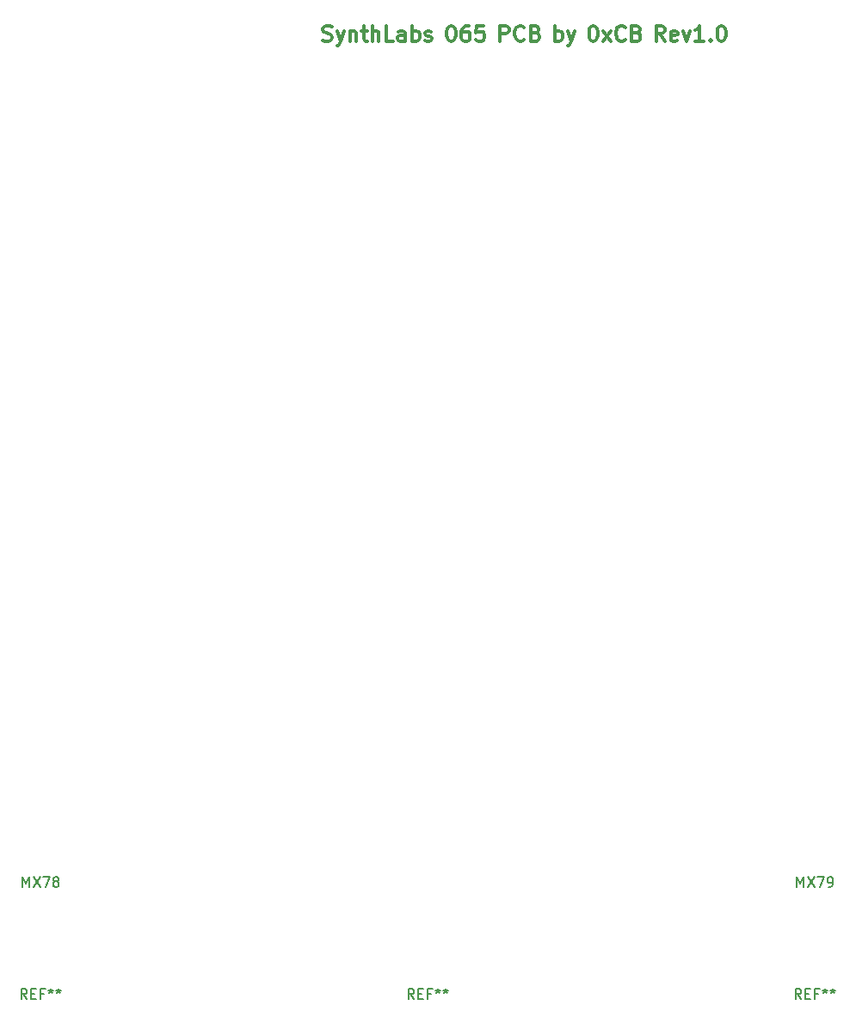
<source format=gto>
G04 #@! TF.GenerationSoftware,KiCad,Pcbnew,(7.0.0)*
G04 #@! TF.CreationDate,2023-05-15T23:08:46-07:00*
G04 #@! TF.ProjectId,pcb-solder-rails,7063622d-736f-46c6-9465-722d7261696c,1.0*
G04 #@! TF.SameCoordinates,Original*
G04 #@! TF.FileFunction,Legend,Top*
G04 #@! TF.FilePolarity,Positive*
%FSLAX46Y46*%
G04 Gerber Fmt 4.6, Leading zero omitted, Abs format (unit mm)*
G04 Created by KiCad (PCBNEW (7.0.0)) date 2023-05-15 23:08:46*
%MOMM*%
%LPD*%
G01*
G04 APERTURE LIST*
%ADD10C,0.300000*%
%ADD11C,0.150000*%
G04 APERTURE END LIST*
D10*
X132703072Y108520358D02*
X132917358Y108448929D01*
X132917358Y108448929D02*
X133274500Y108448929D01*
X133274500Y108448929D02*
X133417358Y108520358D01*
X133417358Y108520358D02*
X133488786Y108591786D01*
X133488786Y108591786D02*
X133560215Y108734643D01*
X133560215Y108734643D02*
X133560215Y108877500D01*
X133560215Y108877500D02*
X133488786Y109020358D01*
X133488786Y109020358D02*
X133417358Y109091786D01*
X133417358Y109091786D02*
X133274500Y109163215D01*
X133274500Y109163215D02*
X132988786Y109234643D01*
X132988786Y109234643D02*
X132845929Y109306072D01*
X132845929Y109306072D02*
X132774500Y109377500D01*
X132774500Y109377500D02*
X132703072Y109520358D01*
X132703072Y109520358D02*
X132703072Y109663215D01*
X132703072Y109663215D02*
X132774500Y109806072D01*
X132774500Y109806072D02*
X132845929Y109877500D01*
X132845929Y109877500D02*
X132988786Y109948929D01*
X132988786Y109948929D02*
X133345929Y109948929D01*
X133345929Y109948929D02*
X133560215Y109877500D01*
X134060214Y109448929D02*
X134417357Y108448929D01*
X134774500Y109448929D02*
X134417357Y108448929D01*
X134417357Y108448929D02*
X134274500Y108091786D01*
X134274500Y108091786D02*
X134203071Y108020358D01*
X134203071Y108020358D02*
X134060214Y107948929D01*
X135345928Y109448929D02*
X135345928Y108448929D01*
X135345928Y109306072D02*
X135417357Y109377500D01*
X135417357Y109377500D02*
X135560214Y109448929D01*
X135560214Y109448929D02*
X135774500Y109448929D01*
X135774500Y109448929D02*
X135917357Y109377500D01*
X135917357Y109377500D02*
X135988786Y109234643D01*
X135988786Y109234643D02*
X135988786Y108448929D01*
X136488786Y109448929D02*
X137060214Y109448929D01*
X136703071Y109948929D02*
X136703071Y108663215D01*
X136703071Y108663215D02*
X136774500Y108520358D01*
X136774500Y108520358D02*
X136917357Y108448929D01*
X136917357Y108448929D02*
X137060214Y108448929D01*
X137560214Y108448929D02*
X137560214Y109948929D01*
X138203072Y108448929D02*
X138203072Y109234643D01*
X138203072Y109234643D02*
X138131643Y109377500D01*
X138131643Y109377500D02*
X137988786Y109448929D01*
X137988786Y109448929D02*
X137774500Y109448929D01*
X137774500Y109448929D02*
X137631643Y109377500D01*
X137631643Y109377500D02*
X137560214Y109306072D01*
X139631643Y108448929D02*
X138917357Y108448929D01*
X138917357Y108448929D02*
X138917357Y109948929D01*
X140774501Y108448929D02*
X140774501Y109234643D01*
X140774501Y109234643D02*
X140703072Y109377500D01*
X140703072Y109377500D02*
X140560215Y109448929D01*
X140560215Y109448929D02*
X140274501Y109448929D01*
X140274501Y109448929D02*
X140131643Y109377500D01*
X140774501Y108520358D02*
X140631643Y108448929D01*
X140631643Y108448929D02*
X140274501Y108448929D01*
X140274501Y108448929D02*
X140131643Y108520358D01*
X140131643Y108520358D02*
X140060215Y108663215D01*
X140060215Y108663215D02*
X140060215Y108806072D01*
X140060215Y108806072D02*
X140131643Y108948929D01*
X140131643Y108948929D02*
X140274501Y109020358D01*
X140274501Y109020358D02*
X140631643Y109020358D01*
X140631643Y109020358D02*
X140774501Y109091786D01*
X141488786Y108448929D02*
X141488786Y109948929D01*
X141488786Y109377500D02*
X141631644Y109448929D01*
X141631644Y109448929D02*
X141917358Y109448929D01*
X141917358Y109448929D02*
X142060215Y109377500D01*
X142060215Y109377500D02*
X142131644Y109306072D01*
X142131644Y109306072D02*
X142203072Y109163215D01*
X142203072Y109163215D02*
X142203072Y108734643D01*
X142203072Y108734643D02*
X142131644Y108591786D01*
X142131644Y108591786D02*
X142060215Y108520358D01*
X142060215Y108520358D02*
X141917358Y108448929D01*
X141917358Y108448929D02*
X141631644Y108448929D01*
X141631644Y108448929D02*
X141488786Y108520358D01*
X142774501Y108520358D02*
X142917358Y108448929D01*
X142917358Y108448929D02*
X143203072Y108448929D01*
X143203072Y108448929D02*
X143345929Y108520358D01*
X143345929Y108520358D02*
X143417358Y108663215D01*
X143417358Y108663215D02*
X143417358Y108734643D01*
X143417358Y108734643D02*
X143345929Y108877500D01*
X143345929Y108877500D02*
X143203072Y108948929D01*
X143203072Y108948929D02*
X142988787Y108948929D01*
X142988787Y108948929D02*
X142845929Y109020358D01*
X142845929Y109020358D02*
X142774501Y109163215D01*
X142774501Y109163215D02*
X142774501Y109234643D01*
X142774501Y109234643D02*
X142845929Y109377500D01*
X142845929Y109377500D02*
X142988787Y109448929D01*
X142988787Y109448929D02*
X143203072Y109448929D01*
X143203072Y109448929D02*
X143345929Y109377500D01*
X145245930Y109948929D02*
X145388787Y109948929D01*
X145388787Y109948929D02*
X145531644Y109877500D01*
X145531644Y109877500D02*
X145603073Y109806072D01*
X145603073Y109806072D02*
X145674501Y109663215D01*
X145674501Y109663215D02*
X145745930Y109377500D01*
X145745930Y109377500D02*
X145745930Y109020358D01*
X145745930Y109020358D02*
X145674501Y108734643D01*
X145674501Y108734643D02*
X145603073Y108591786D01*
X145603073Y108591786D02*
X145531644Y108520358D01*
X145531644Y108520358D02*
X145388787Y108448929D01*
X145388787Y108448929D02*
X145245930Y108448929D01*
X145245930Y108448929D02*
X145103073Y108520358D01*
X145103073Y108520358D02*
X145031644Y108591786D01*
X145031644Y108591786D02*
X144960215Y108734643D01*
X144960215Y108734643D02*
X144888787Y109020358D01*
X144888787Y109020358D02*
X144888787Y109377500D01*
X144888787Y109377500D02*
X144960215Y109663215D01*
X144960215Y109663215D02*
X145031644Y109806072D01*
X145031644Y109806072D02*
X145103073Y109877500D01*
X145103073Y109877500D02*
X145245930Y109948929D01*
X147031644Y109948929D02*
X146745929Y109948929D01*
X146745929Y109948929D02*
X146603072Y109877500D01*
X146603072Y109877500D02*
X146531644Y109806072D01*
X146531644Y109806072D02*
X146388786Y109591786D01*
X146388786Y109591786D02*
X146317358Y109306072D01*
X146317358Y109306072D02*
X146317358Y108734643D01*
X146317358Y108734643D02*
X146388786Y108591786D01*
X146388786Y108591786D02*
X146460215Y108520358D01*
X146460215Y108520358D02*
X146603072Y108448929D01*
X146603072Y108448929D02*
X146888786Y108448929D01*
X146888786Y108448929D02*
X147031644Y108520358D01*
X147031644Y108520358D02*
X147103072Y108591786D01*
X147103072Y108591786D02*
X147174501Y108734643D01*
X147174501Y108734643D02*
X147174501Y109091786D01*
X147174501Y109091786D02*
X147103072Y109234643D01*
X147103072Y109234643D02*
X147031644Y109306072D01*
X147031644Y109306072D02*
X146888786Y109377500D01*
X146888786Y109377500D02*
X146603072Y109377500D01*
X146603072Y109377500D02*
X146460215Y109306072D01*
X146460215Y109306072D02*
X146388786Y109234643D01*
X146388786Y109234643D02*
X146317358Y109091786D01*
X148531643Y109948929D02*
X147817357Y109948929D01*
X147817357Y109948929D02*
X147745929Y109234643D01*
X147745929Y109234643D02*
X147817357Y109306072D01*
X147817357Y109306072D02*
X147960215Y109377500D01*
X147960215Y109377500D02*
X148317357Y109377500D01*
X148317357Y109377500D02*
X148460215Y109306072D01*
X148460215Y109306072D02*
X148531643Y109234643D01*
X148531643Y109234643D02*
X148603072Y109091786D01*
X148603072Y109091786D02*
X148603072Y108734643D01*
X148603072Y108734643D02*
X148531643Y108591786D01*
X148531643Y108591786D02*
X148460215Y108520358D01*
X148460215Y108520358D02*
X148317357Y108448929D01*
X148317357Y108448929D02*
X147960215Y108448929D01*
X147960215Y108448929D02*
X147817357Y108520358D01*
X147817357Y108520358D02*
X147745929Y108591786D01*
X150145928Y108448929D02*
X150145928Y109948929D01*
X150145928Y109948929D02*
X150717357Y109948929D01*
X150717357Y109948929D02*
X150860214Y109877500D01*
X150860214Y109877500D02*
X150931643Y109806072D01*
X150931643Y109806072D02*
X151003071Y109663215D01*
X151003071Y109663215D02*
X151003071Y109448929D01*
X151003071Y109448929D02*
X150931643Y109306072D01*
X150931643Y109306072D02*
X150860214Y109234643D01*
X150860214Y109234643D02*
X150717357Y109163215D01*
X150717357Y109163215D02*
X150145928Y109163215D01*
X152503071Y108591786D02*
X152431643Y108520358D01*
X152431643Y108520358D02*
X152217357Y108448929D01*
X152217357Y108448929D02*
X152074500Y108448929D01*
X152074500Y108448929D02*
X151860214Y108520358D01*
X151860214Y108520358D02*
X151717357Y108663215D01*
X151717357Y108663215D02*
X151645928Y108806072D01*
X151645928Y108806072D02*
X151574500Y109091786D01*
X151574500Y109091786D02*
X151574500Y109306072D01*
X151574500Y109306072D02*
X151645928Y109591786D01*
X151645928Y109591786D02*
X151717357Y109734643D01*
X151717357Y109734643D02*
X151860214Y109877500D01*
X151860214Y109877500D02*
X152074500Y109948929D01*
X152074500Y109948929D02*
X152217357Y109948929D01*
X152217357Y109948929D02*
X152431643Y109877500D01*
X152431643Y109877500D02*
X152503071Y109806072D01*
X153645928Y109234643D02*
X153860214Y109163215D01*
X153860214Y109163215D02*
X153931643Y109091786D01*
X153931643Y109091786D02*
X154003071Y108948929D01*
X154003071Y108948929D02*
X154003071Y108734643D01*
X154003071Y108734643D02*
X153931643Y108591786D01*
X153931643Y108591786D02*
X153860214Y108520358D01*
X153860214Y108520358D02*
X153717357Y108448929D01*
X153717357Y108448929D02*
X153145928Y108448929D01*
X153145928Y108448929D02*
X153145928Y109948929D01*
X153145928Y109948929D02*
X153645928Y109948929D01*
X153645928Y109948929D02*
X153788786Y109877500D01*
X153788786Y109877500D02*
X153860214Y109806072D01*
X153860214Y109806072D02*
X153931643Y109663215D01*
X153931643Y109663215D02*
X153931643Y109520358D01*
X153931643Y109520358D02*
X153860214Y109377500D01*
X153860214Y109377500D02*
X153788786Y109306072D01*
X153788786Y109306072D02*
X153645928Y109234643D01*
X153645928Y109234643D02*
X153145928Y109234643D01*
X155545928Y108448929D02*
X155545928Y109948929D01*
X155545928Y109377500D02*
X155688786Y109448929D01*
X155688786Y109448929D02*
X155974500Y109448929D01*
X155974500Y109448929D02*
X156117357Y109377500D01*
X156117357Y109377500D02*
X156188786Y109306072D01*
X156188786Y109306072D02*
X156260214Y109163215D01*
X156260214Y109163215D02*
X156260214Y108734643D01*
X156260214Y108734643D02*
X156188786Y108591786D01*
X156188786Y108591786D02*
X156117357Y108520358D01*
X156117357Y108520358D02*
X155974500Y108448929D01*
X155974500Y108448929D02*
X155688786Y108448929D01*
X155688786Y108448929D02*
X155545928Y108520358D01*
X156760214Y109448929D02*
X157117357Y108448929D01*
X157474500Y109448929D02*
X157117357Y108448929D01*
X157117357Y108448929D02*
X156974500Y108091786D01*
X156974500Y108091786D02*
X156903071Y108020358D01*
X156903071Y108020358D02*
X156760214Y107948929D01*
X159231643Y109948929D02*
X159374500Y109948929D01*
X159374500Y109948929D02*
X159517357Y109877500D01*
X159517357Y109877500D02*
X159588786Y109806072D01*
X159588786Y109806072D02*
X159660214Y109663215D01*
X159660214Y109663215D02*
X159731643Y109377500D01*
X159731643Y109377500D02*
X159731643Y109020358D01*
X159731643Y109020358D02*
X159660214Y108734643D01*
X159660214Y108734643D02*
X159588786Y108591786D01*
X159588786Y108591786D02*
X159517357Y108520358D01*
X159517357Y108520358D02*
X159374500Y108448929D01*
X159374500Y108448929D02*
X159231643Y108448929D01*
X159231643Y108448929D02*
X159088786Y108520358D01*
X159088786Y108520358D02*
X159017357Y108591786D01*
X159017357Y108591786D02*
X158945928Y108734643D01*
X158945928Y108734643D02*
X158874500Y109020358D01*
X158874500Y109020358D02*
X158874500Y109377500D01*
X158874500Y109377500D02*
X158945928Y109663215D01*
X158945928Y109663215D02*
X159017357Y109806072D01*
X159017357Y109806072D02*
X159088786Y109877500D01*
X159088786Y109877500D02*
X159231643Y109948929D01*
X160231642Y108448929D02*
X161017357Y109448929D01*
X160231642Y109448929D02*
X161017357Y108448929D01*
X162445928Y108591786D02*
X162374500Y108520358D01*
X162374500Y108520358D02*
X162160214Y108448929D01*
X162160214Y108448929D02*
X162017357Y108448929D01*
X162017357Y108448929D02*
X161803071Y108520358D01*
X161803071Y108520358D02*
X161660214Y108663215D01*
X161660214Y108663215D02*
X161588785Y108806072D01*
X161588785Y108806072D02*
X161517357Y109091786D01*
X161517357Y109091786D02*
X161517357Y109306072D01*
X161517357Y109306072D02*
X161588785Y109591786D01*
X161588785Y109591786D02*
X161660214Y109734643D01*
X161660214Y109734643D02*
X161803071Y109877500D01*
X161803071Y109877500D02*
X162017357Y109948929D01*
X162017357Y109948929D02*
X162160214Y109948929D01*
X162160214Y109948929D02*
X162374500Y109877500D01*
X162374500Y109877500D02*
X162445928Y109806072D01*
X163588785Y109234643D02*
X163803071Y109163215D01*
X163803071Y109163215D02*
X163874500Y109091786D01*
X163874500Y109091786D02*
X163945928Y108948929D01*
X163945928Y108948929D02*
X163945928Y108734643D01*
X163945928Y108734643D02*
X163874500Y108591786D01*
X163874500Y108591786D02*
X163803071Y108520358D01*
X163803071Y108520358D02*
X163660214Y108448929D01*
X163660214Y108448929D02*
X163088785Y108448929D01*
X163088785Y108448929D02*
X163088785Y109948929D01*
X163088785Y109948929D02*
X163588785Y109948929D01*
X163588785Y109948929D02*
X163731643Y109877500D01*
X163731643Y109877500D02*
X163803071Y109806072D01*
X163803071Y109806072D02*
X163874500Y109663215D01*
X163874500Y109663215D02*
X163874500Y109520358D01*
X163874500Y109520358D02*
X163803071Y109377500D01*
X163803071Y109377500D02*
X163731643Y109306072D01*
X163731643Y109306072D02*
X163588785Y109234643D01*
X163588785Y109234643D02*
X163088785Y109234643D01*
X166345928Y108448929D02*
X165845928Y109163215D01*
X165488785Y108448929D02*
X165488785Y109948929D01*
X165488785Y109948929D02*
X166060214Y109948929D01*
X166060214Y109948929D02*
X166203071Y109877500D01*
X166203071Y109877500D02*
X166274500Y109806072D01*
X166274500Y109806072D02*
X166345928Y109663215D01*
X166345928Y109663215D02*
X166345928Y109448929D01*
X166345928Y109448929D02*
X166274500Y109306072D01*
X166274500Y109306072D02*
X166203071Y109234643D01*
X166203071Y109234643D02*
X166060214Y109163215D01*
X166060214Y109163215D02*
X165488785Y109163215D01*
X167560214Y108520358D02*
X167417357Y108448929D01*
X167417357Y108448929D02*
X167131643Y108448929D01*
X167131643Y108448929D02*
X166988785Y108520358D01*
X166988785Y108520358D02*
X166917357Y108663215D01*
X166917357Y108663215D02*
X166917357Y109234643D01*
X166917357Y109234643D02*
X166988785Y109377500D01*
X166988785Y109377500D02*
X167131643Y109448929D01*
X167131643Y109448929D02*
X167417357Y109448929D01*
X167417357Y109448929D02*
X167560214Y109377500D01*
X167560214Y109377500D02*
X167631643Y109234643D01*
X167631643Y109234643D02*
X167631643Y109091786D01*
X167631643Y109091786D02*
X166917357Y108948929D01*
X168131642Y109448929D02*
X168488785Y108448929D01*
X168488785Y108448929D02*
X168845928Y109448929D01*
X170203071Y108448929D02*
X169345928Y108448929D01*
X169774499Y108448929D02*
X169774499Y109948929D01*
X169774499Y109948929D02*
X169631642Y109734643D01*
X169631642Y109734643D02*
X169488785Y109591786D01*
X169488785Y109591786D02*
X169345928Y109520358D01*
X170845927Y108591786D02*
X170917356Y108520358D01*
X170917356Y108520358D02*
X170845927Y108448929D01*
X170845927Y108448929D02*
X170774499Y108520358D01*
X170774499Y108520358D02*
X170845927Y108591786D01*
X170845927Y108591786D02*
X170845927Y108448929D01*
X171845928Y109948929D02*
X171988785Y109948929D01*
X171988785Y109948929D02*
X172131642Y109877500D01*
X172131642Y109877500D02*
X172203071Y109806072D01*
X172203071Y109806072D02*
X172274499Y109663215D01*
X172274499Y109663215D02*
X172345928Y109377500D01*
X172345928Y109377500D02*
X172345928Y109020358D01*
X172345928Y109020358D02*
X172274499Y108734643D01*
X172274499Y108734643D02*
X172203071Y108591786D01*
X172203071Y108591786D02*
X172131642Y108520358D01*
X172131642Y108520358D02*
X171988785Y108448929D01*
X171988785Y108448929D02*
X171845928Y108448929D01*
X171845928Y108448929D02*
X171703071Y108520358D01*
X171703071Y108520358D02*
X171631642Y108591786D01*
X171631642Y108591786D02*
X171560213Y108734643D01*
X171560213Y108734643D02*
X171488785Y109020358D01*
X171488785Y109020358D02*
X171488785Y109377500D01*
X171488785Y109377500D02*
X171560213Y109663215D01*
X171560213Y109663215D02*
X171631642Y109806072D01*
X171631642Y109806072D02*
X171703071Y109877500D01*
X171703071Y109877500D02*
X171845928Y109948929D01*
D11*
G04 #@! TO.C,MX78*
X103137595Y25282620D02*
X103137595Y26282620D01*
X103137595Y26282620D02*
X103470928Y25568334D01*
X103470928Y25568334D02*
X103804261Y26282620D01*
X103804261Y26282620D02*
X103804261Y25282620D01*
X104185214Y26282620D02*
X104851880Y25282620D01*
X104851880Y26282620D02*
X104185214Y25282620D01*
X105137595Y26282620D02*
X105804261Y26282620D01*
X105804261Y26282620D02*
X105375690Y25282620D01*
X106328071Y25854048D02*
X106232833Y25901667D01*
X106232833Y25901667D02*
X106185214Y25949286D01*
X106185214Y25949286D02*
X106137595Y26044524D01*
X106137595Y26044524D02*
X106137595Y26092143D01*
X106137595Y26092143D02*
X106185214Y26187381D01*
X106185214Y26187381D02*
X106232833Y26235000D01*
X106232833Y26235000D02*
X106328071Y26282620D01*
X106328071Y26282620D02*
X106518547Y26282620D01*
X106518547Y26282620D02*
X106613785Y26235000D01*
X106613785Y26235000D02*
X106661404Y26187381D01*
X106661404Y26187381D02*
X106709023Y26092143D01*
X106709023Y26092143D02*
X106709023Y26044524D01*
X106709023Y26044524D02*
X106661404Y25949286D01*
X106661404Y25949286D02*
X106613785Y25901667D01*
X106613785Y25901667D02*
X106518547Y25854048D01*
X106518547Y25854048D02*
X106328071Y25854048D01*
X106328071Y25854048D02*
X106232833Y25806429D01*
X106232833Y25806429D02*
X106185214Y25758810D01*
X106185214Y25758810D02*
X106137595Y25663572D01*
X106137595Y25663572D02*
X106137595Y25473096D01*
X106137595Y25473096D02*
X106185214Y25377858D01*
X106185214Y25377858D02*
X106232833Y25330239D01*
X106232833Y25330239D02*
X106328071Y25282620D01*
X106328071Y25282620D02*
X106518547Y25282620D01*
X106518547Y25282620D02*
X106613785Y25330239D01*
X106613785Y25330239D02*
X106661404Y25377858D01*
X106661404Y25377858D02*
X106709023Y25473096D01*
X106709023Y25473096D02*
X106709023Y25663572D01*
X106709023Y25663572D02*
X106661404Y25758810D01*
X106661404Y25758810D02*
X106613785Y25806429D01*
X106613785Y25806429D02*
X106518547Y25854048D01*
G04 #@! TO.C,REF\u002A\u002A*
X141666166Y14282620D02*
X141332833Y14758810D01*
X141094738Y14282620D02*
X141094738Y15282620D01*
X141094738Y15282620D02*
X141475690Y15282620D01*
X141475690Y15282620D02*
X141570928Y15235000D01*
X141570928Y15235000D02*
X141618547Y15187381D01*
X141618547Y15187381D02*
X141666166Y15092143D01*
X141666166Y15092143D02*
X141666166Y14949286D01*
X141666166Y14949286D02*
X141618547Y14854048D01*
X141618547Y14854048D02*
X141570928Y14806429D01*
X141570928Y14806429D02*
X141475690Y14758810D01*
X141475690Y14758810D02*
X141094738Y14758810D01*
X142094738Y14806429D02*
X142428071Y14806429D01*
X142570928Y14282620D02*
X142094738Y14282620D01*
X142094738Y14282620D02*
X142094738Y15282620D01*
X142094738Y15282620D02*
X142570928Y15282620D01*
X143332833Y14806429D02*
X142999500Y14806429D01*
X142999500Y14282620D02*
X142999500Y15282620D01*
X142999500Y15282620D02*
X143475690Y15282620D01*
X143999500Y15282620D02*
X143999500Y15044524D01*
X143761405Y15139762D02*
X143999500Y15044524D01*
X143999500Y15044524D02*
X144237595Y15139762D01*
X143856643Y14854048D02*
X143999500Y15044524D01*
X143999500Y15044524D02*
X144142357Y14854048D01*
X144761405Y15282620D02*
X144761405Y15044524D01*
X144523310Y15139762D02*
X144761405Y15044524D01*
X144761405Y15044524D02*
X144999500Y15139762D01*
X144618548Y14854048D02*
X144761405Y15044524D01*
X144761405Y15044524D02*
X144904262Y14854048D01*
X179766166Y14282620D02*
X179432833Y14758810D01*
X179194738Y14282620D02*
X179194738Y15282620D01*
X179194738Y15282620D02*
X179575690Y15282620D01*
X179575690Y15282620D02*
X179670928Y15235000D01*
X179670928Y15235000D02*
X179718547Y15187381D01*
X179718547Y15187381D02*
X179766166Y15092143D01*
X179766166Y15092143D02*
X179766166Y14949286D01*
X179766166Y14949286D02*
X179718547Y14854048D01*
X179718547Y14854048D02*
X179670928Y14806429D01*
X179670928Y14806429D02*
X179575690Y14758810D01*
X179575690Y14758810D02*
X179194738Y14758810D01*
X180194738Y14806429D02*
X180528071Y14806429D01*
X180670928Y14282620D02*
X180194738Y14282620D01*
X180194738Y14282620D02*
X180194738Y15282620D01*
X180194738Y15282620D02*
X180670928Y15282620D01*
X181432833Y14806429D02*
X181099500Y14806429D01*
X181099500Y14282620D02*
X181099500Y15282620D01*
X181099500Y15282620D02*
X181575690Y15282620D01*
X182099500Y15282620D02*
X182099500Y15044524D01*
X181861405Y15139762D02*
X182099500Y15044524D01*
X182099500Y15044524D02*
X182337595Y15139762D01*
X181956643Y14854048D02*
X182099500Y15044524D01*
X182099500Y15044524D02*
X182242357Y14854048D01*
X182861405Y15282620D02*
X182861405Y15044524D01*
X182623310Y15139762D02*
X182861405Y15044524D01*
X182861405Y15044524D02*
X183099500Y15139762D01*
X182718548Y14854048D02*
X182861405Y15044524D01*
X182861405Y15044524D02*
X183004262Y14854048D01*
G04 #@! TO.C,MX79*
X179337595Y25282620D02*
X179337595Y26282620D01*
X179337595Y26282620D02*
X179670928Y25568334D01*
X179670928Y25568334D02*
X180004261Y26282620D01*
X180004261Y26282620D02*
X180004261Y25282620D01*
X180385214Y26282620D02*
X181051880Y25282620D01*
X181051880Y26282620D02*
X180385214Y25282620D01*
X181337595Y26282620D02*
X182004261Y26282620D01*
X182004261Y26282620D02*
X181575690Y25282620D01*
X182432833Y25282620D02*
X182623309Y25282620D01*
X182623309Y25282620D02*
X182718547Y25330239D01*
X182718547Y25330239D02*
X182766166Y25377858D01*
X182766166Y25377858D02*
X182861404Y25520715D01*
X182861404Y25520715D02*
X182909023Y25711191D01*
X182909023Y25711191D02*
X182909023Y26092143D01*
X182909023Y26092143D02*
X182861404Y26187381D01*
X182861404Y26187381D02*
X182813785Y26235000D01*
X182813785Y26235000D02*
X182718547Y26282620D01*
X182718547Y26282620D02*
X182528071Y26282620D01*
X182528071Y26282620D02*
X182432833Y26235000D01*
X182432833Y26235000D02*
X182385214Y26187381D01*
X182385214Y26187381D02*
X182337595Y26092143D01*
X182337595Y26092143D02*
X182337595Y25854048D01*
X182337595Y25854048D02*
X182385214Y25758810D01*
X182385214Y25758810D02*
X182432833Y25711191D01*
X182432833Y25711191D02*
X182528071Y25663572D01*
X182528071Y25663572D02*
X182718547Y25663572D01*
X182718547Y25663572D02*
X182813785Y25711191D01*
X182813785Y25711191D02*
X182861404Y25758810D01*
X182861404Y25758810D02*
X182909023Y25854048D01*
G04 #@! TO.C,REF\u002A\u002A*
X103566166Y14282620D02*
X103232833Y14758810D01*
X102994738Y14282620D02*
X102994738Y15282620D01*
X102994738Y15282620D02*
X103375690Y15282620D01*
X103375690Y15282620D02*
X103470928Y15235000D01*
X103470928Y15235000D02*
X103518547Y15187381D01*
X103518547Y15187381D02*
X103566166Y15092143D01*
X103566166Y15092143D02*
X103566166Y14949286D01*
X103566166Y14949286D02*
X103518547Y14854048D01*
X103518547Y14854048D02*
X103470928Y14806429D01*
X103470928Y14806429D02*
X103375690Y14758810D01*
X103375690Y14758810D02*
X102994738Y14758810D01*
X103994738Y14806429D02*
X104328071Y14806429D01*
X104470928Y14282620D02*
X103994738Y14282620D01*
X103994738Y14282620D02*
X103994738Y15282620D01*
X103994738Y15282620D02*
X104470928Y15282620D01*
X105232833Y14806429D02*
X104899500Y14806429D01*
X104899500Y14282620D02*
X104899500Y15282620D01*
X104899500Y15282620D02*
X105375690Y15282620D01*
X105899500Y15282620D02*
X105899500Y15044524D01*
X105661405Y15139762D02*
X105899500Y15044524D01*
X105899500Y15044524D02*
X106137595Y15139762D01*
X105756643Y14854048D02*
X105899500Y15044524D01*
X105899500Y15044524D02*
X106042357Y14854048D01*
X106661405Y15282620D02*
X106661405Y15044524D01*
X106423310Y15139762D02*
X106661405Y15044524D01*
X106661405Y15044524D02*
X106899500Y15139762D01*
X106518548Y14854048D02*
X106661405Y15044524D01*
X106661405Y15044524D02*
X106804262Y14854048D01*
G04 #@! TD*
M02*

</source>
